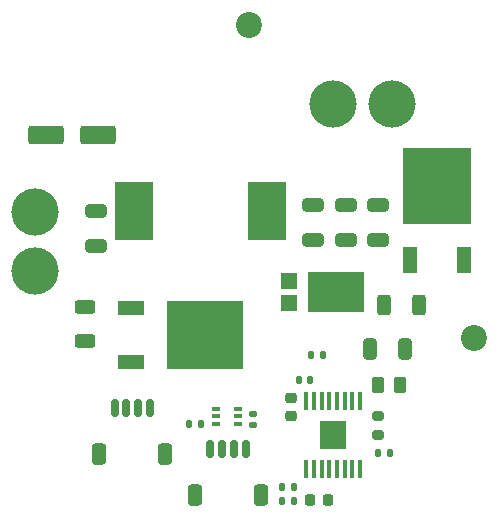
<source format=gts>
%TF.GenerationSoftware,KiCad,Pcbnew,(6.0.9)*%
%TF.CreationDate,2023-02-02T11:01:25+01:00*%
%TF.ProjectId,Powerboard,506f7765-7262-46f6-9172-642e6b696361,rev?*%
%TF.SameCoordinates,Original*%
%TF.FileFunction,Soldermask,Top*%
%TF.FilePolarity,Negative*%
%FSLAX46Y46*%
G04 Gerber Fmt 4.6, Leading zero omitted, Abs format (unit mm)*
G04 Created by KiCad (PCBNEW (6.0.9)) date 2023-02-02 11:01:25*
%MOMM*%
%LPD*%
G01*
G04 APERTURE LIST*
G04 Aperture macros list*
%AMRoundRect*
0 Rectangle with rounded corners*
0 $1 Rounding radius*
0 $2 $3 $4 $5 $6 $7 $8 $9 X,Y pos of 4 corners*
0 Add a 4 corners polygon primitive as box body*
4,1,4,$2,$3,$4,$5,$6,$7,$8,$9,$2,$3,0*
0 Add four circle primitives for the rounded corners*
1,1,$1+$1,$2,$3*
1,1,$1+$1,$4,$5*
1,1,$1+$1,$6,$7*
1,1,$1+$1,$8,$9*
0 Add four rect primitives between the rounded corners*
20,1,$1+$1,$2,$3,$4,$5,0*
20,1,$1+$1,$4,$5,$6,$7,0*
20,1,$1+$1,$6,$7,$8,$9,0*
20,1,$1+$1,$8,$9,$2,$3,0*%
G04 Aperture macros list end*
%ADD10R,0.650000X0.400000*%
%ADD11RoundRect,0.250000X-0.262500X-0.450000X0.262500X-0.450000X0.262500X0.450000X-0.262500X0.450000X0*%
%ADD12RoundRect,0.150000X-0.150000X-0.625000X0.150000X-0.625000X0.150000X0.625000X-0.150000X0.625000X0*%
%ADD13RoundRect,0.250000X-0.350000X-0.650000X0.350000X-0.650000X0.350000X0.650000X-0.350000X0.650000X0*%
%ADD14C,4.000000*%
%ADD15RoundRect,0.250000X-0.325000X-0.650000X0.325000X-0.650000X0.325000X0.650000X-0.325000X0.650000X0*%
%ADD16R,3.250000X5.000000*%
%ADD17RoundRect,0.250000X0.650000X-0.325000X0.650000X0.325000X-0.650000X0.325000X-0.650000X-0.325000X0*%
%ADD18RoundRect,0.225000X0.225000X0.250000X-0.225000X0.250000X-0.225000X-0.250000X0.225000X-0.250000X0*%
%ADD19RoundRect,0.250000X-0.625000X0.312500X-0.625000X-0.312500X0.625000X-0.312500X0.625000X0.312500X0*%
%ADD20C,2.200000*%
%ADD21RoundRect,0.200000X0.275000X-0.200000X0.275000X0.200000X-0.275000X0.200000X-0.275000X-0.200000X0*%
%ADD22RoundRect,0.250000X-1.250000X-0.550000X1.250000X-0.550000X1.250000X0.550000X-1.250000X0.550000X0*%
%ADD23RoundRect,0.140000X0.170000X-0.140000X0.170000X0.140000X-0.170000X0.140000X-0.170000X-0.140000X0*%
%ADD24R,2.310000X2.460000*%
%ADD25RoundRect,0.100000X0.100000X-0.687500X0.100000X0.687500X-0.100000X0.687500X-0.100000X-0.687500X0*%
%ADD26RoundRect,0.135000X-0.135000X-0.185000X0.135000X-0.185000X0.135000X0.185000X-0.135000X0.185000X0*%
%ADD27RoundRect,0.250000X0.312500X0.625000X-0.312500X0.625000X-0.312500X-0.625000X0.312500X-0.625000X0*%
%ADD28RoundRect,0.225000X-0.250000X0.225000X-0.250000X-0.225000X0.250000X-0.225000X0.250000X0.225000X0*%
%ADD29RoundRect,0.135000X0.135000X0.185000X-0.135000X0.185000X-0.135000X-0.185000X0.135000X-0.185000X0*%
%ADD30RoundRect,0.140000X-0.140000X-0.170000X0.140000X-0.170000X0.140000X0.170000X-0.140000X0.170000X0*%
%ADD31RoundRect,0.250000X-0.650000X0.325000X-0.650000X-0.325000X0.650000X-0.325000X0.650000X0.325000X0*%
%ADD32R,1.200000X2.200000*%
%ADD33R,5.800000X6.400000*%
%ADD34R,4.860000X3.360000*%
%ADD35R,1.400000X1.390000*%
%ADD36R,2.200000X1.200000*%
%ADD37R,6.400000X5.800000*%
G04 APERTURE END LIST*
D10*
%TO.C,UR1*%
X149050000Y-113750000D03*
X149050000Y-113100000D03*
X149050000Y-112450000D03*
X147150000Y-112450000D03*
X147150000Y-113100000D03*
X147150000Y-113750000D03*
%TD*%
D11*
%TO.C,R7*%
X160925000Y-110500000D03*
X162750000Y-110500000D03*
%TD*%
D12*
%TO.C,J4*%
X146700000Y-115900000D03*
X147700000Y-115900000D03*
X148700000Y-115900000D03*
X149700000Y-115900000D03*
D13*
X145400000Y-119775000D03*
X151000000Y-119775000D03*
%TD*%
D14*
%TO.C,J2*%
X157100000Y-86700000D03*
X162100000Y-86700000D03*
%TD*%
D15*
%TO.C,C9*%
X160225000Y-107400000D03*
X163175000Y-107400000D03*
%TD*%
D16*
%TO.C,L1*%
X140275000Y-95700000D03*
X151525000Y-95700000D03*
%TD*%
D17*
%TO.C,C7*%
X158150000Y-98175000D03*
X158150000Y-95225000D03*
%TD*%
D18*
%TO.C,C5*%
X156675000Y-120200000D03*
X155125000Y-120200000D03*
%TD*%
D19*
%TO.C,R9*%
X136100000Y-103837500D03*
X136100000Y-106762500D03*
%TD*%
D20*
%TO.C,REF\u002A\u002A*%
X150000000Y-80000000D03*
%TD*%
D21*
%TO.C,R5*%
X160900000Y-114725000D03*
X160900000Y-113075000D03*
%TD*%
D22*
%TO.C,C1*%
X132800000Y-89300000D03*
X137200000Y-89300000D03*
%TD*%
D23*
%TO.C,C10*%
X150300000Y-113880000D03*
X150300000Y-112920000D03*
%TD*%
D24*
%TO.C,U1*%
X157100000Y-114700000D03*
D25*
X154825000Y-117562500D03*
X155475000Y-117562500D03*
X156125000Y-117562500D03*
X156775000Y-117562500D03*
X157425000Y-117562500D03*
X158075000Y-117562500D03*
X158725000Y-117562500D03*
X159375000Y-117562500D03*
X159375000Y-111837500D03*
X158725000Y-111837500D03*
X158075000Y-111837500D03*
X157425000Y-111837500D03*
X156775000Y-111837500D03*
X156125000Y-111837500D03*
X155475000Y-111837500D03*
X154825000Y-111837500D03*
%TD*%
D26*
%TO.C,R8*%
X152740000Y-120300000D03*
X153760000Y-120300000D03*
%TD*%
D27*
%TO.C,R6*%
X164362500Y-103700000D03*
X161437500Y-103700000D03*
%TD*%
D17*
%TO.C,C8*%
X155400000Y-98175000D03*
X155400000Y-95225000D03*
%TD*%
D14*
%TO.C,J1*%
X131900000Y-100800000D03*
X131900000Y-95800000D03*
%TD*%
D26*
%TO.C,R1*%
X152740000Y-119100000D03*
X153760000Y-119100000D03*
%TD*%
D28*
%TO.C,C3*%
X153500000Y-111525000D03*
X153500000Y-113075000D03*
%TD*%
D29*
%TO.C,R2*%
X145910000Y-113800000D03*
X144890000Y-113800000D03*
%TD*%
D30*
%TO.C,C4*%
X154220000Y-110000000D03*
X155180000Y-110000000D03*
%TD*%
D12*
%TO.C,J3*%
X138600000Y-112400000D03*
X139600000Y-112400000D03*
X140600000Y-112400000D03*
X141600000Y-112400000D03*
D13*
X142900000Y-116275000D03*
X137300000Y-116275000D03*
%TD*%
D31*
%TO.C,C2*%
X137000000Y-95725000D03*
X137000000Y-98675000D03*
%TD*%
D17*
%TO.C,C6*%
X160900000Y-98175000D03*
X160900000Y-95225000D03*
%TD*%
D32*
%TO.C,Q2*%
X163620000Y-99900000D03*
D33*
X165900000Y-93600000D03*
D32*
X168180000Y-99900000D03*
%TD*%
D20*
%TO.C,REF\u002A\u002A*%
X169000000Y-106500000D03*
%TD*%
D29*
%TO.C,R4*%
X156210000Y-107900000D03*
X155190000Y-107900000D03*
%TD*%
D34*
%TO.C,D1*%
X157320000Y-102600000D03*
D35*
X153338000Y-101680000D03*
X153338000Y-103520000D03*
%TD*%
D36*
%TO.C,Q1*%
X139950000Y-103920000D03*
D37*
X146250000Y-106200000D03*
D36*
X139950000Y-108480000D03*
%TD*%
D29*
%TO.C,R10*%
X161910000Y-116200000D03*
X160890000Y-116200000D03*
%TD*%
M02*

</source>
